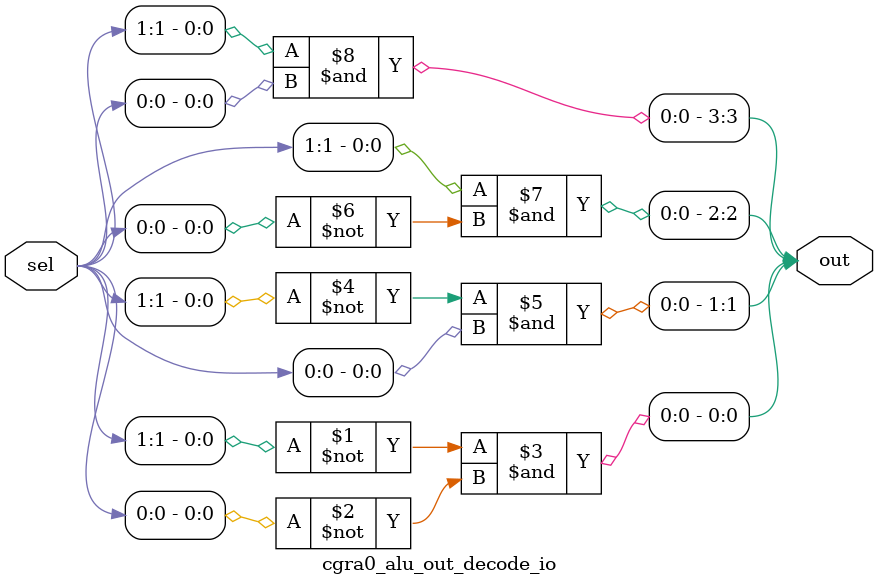
<source format=v>

module cgra0_alu_out_decode_io
(
  input [2-1:0] sel,
  output [4-1:0] out
);

  assign out[0] = ~sel[1] & ~sel[0];
  assign out[1] = ~sel[1] & sel[0];
  assign out[2] = sel[1] & ~sel[0];
  assign out[3] = sel[1] & sel[0];

endmodule

</source>
